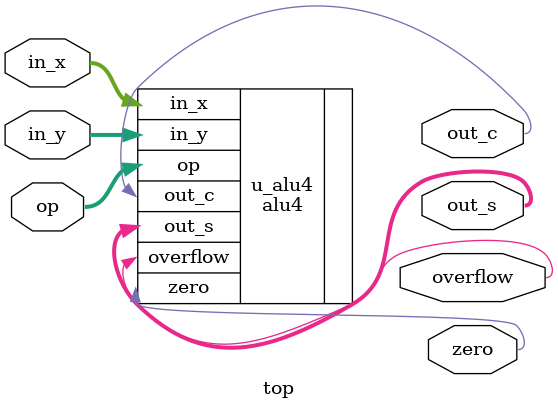
<source format=v>
module top(
        input [2:0] op,
        input [3:0] in_x,
        input [3:0] in_y,
        output reg [3:0] out_s,
        output reg out_c,
        output reg zero,
        output reg overflow
    );

    alu4 u_alu4(
             .op(op),
             .in_x(in_x),
             .in_y(in_y),
             .out_s(out_s),
             .out_c(out_c),
             .zero(zero),
             .overflow(overflow)
         );

endmodule

</source>
